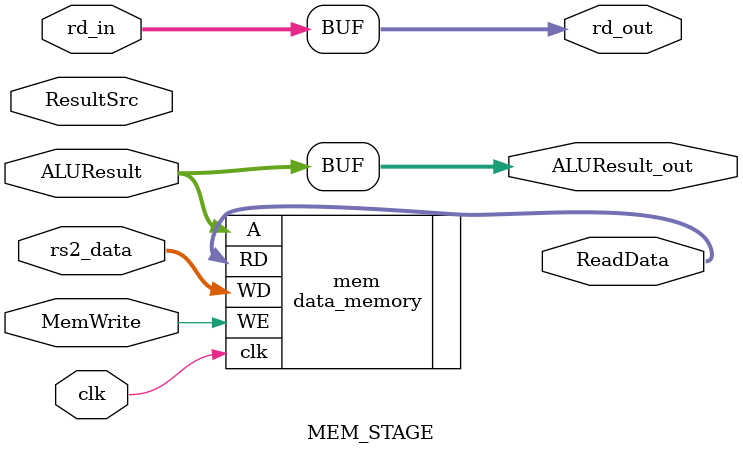
<source format=v>
module MEM_STAGE (
    input clk,
    input MemWrite,                     // Control de escritura
    input [1:0] ResultSrc,              // Para determinar si usar ReadData en WB
    input [31:0] ALUResult,             // Dirección (o resultado)
    input [31:0] rs2_data,              // Dato a escribir si es sw
    input [4:0] rd_in,                  // Registro destino

    output [31:0] ReadData,             // Dato leído si es lw
    output [31:0] ALUResult_out,        // Resultado de ALU para passthrough
    output [4:0] rd_out                 // rd passthrough
);

    // Instancia de la memoria
    data_memory mem (
        .clk(clk),
        .WE(MemWrite),
        .A(ALUResult),
        .WD(rs2_data),
        .RD(ReadData)
    );

    // Passthroughs
    assign ALUResult_out = ALUResult;
    assign rd_out = rd_in;

endmodule

</source>
